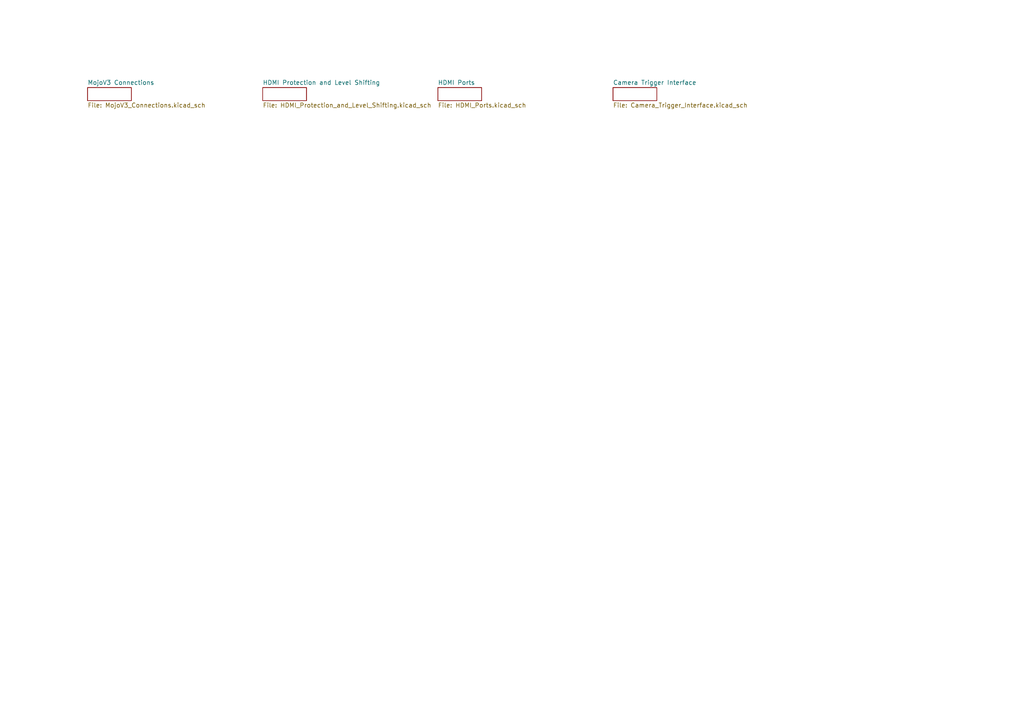
<source format=kicad_sch>
(kicad_sch
	(version 20231120)
	(generator "eeschema")
	(generator_version "8.0")
	(uuid "d93cb9b6-71c2-49f6-816e-05892f0c1214")
	(paper "A4")
	(lib_symbols)
	(sheet
		(at 177.8 25.4)
		(size 12.7 3.81)
		(fields_autoplaced yes)
		(stroke
			(width 0)
			(type solid)
		)
		(fill
			(color 0 0 0 0.0000)
		)
		(uuid "1e1c74f4-d458-49c9-9c60-a1896b511438")
		(property "Sheetname" "Camera Trigger Interface"
			(at 177.8 24.6884 0)
			(effects
				(font
					(size 1.27 1.27)
				)
				(justify left bottom)
			)
		)
		(property "Sheetfile" "Camera_Trigger_Interface.kicad_sch"
			(at 177.8 29.7946 0)
			(effects
				(font
					(size 1.27 1.27)
				)
				(justify left top)
			)
		)
		(instances
			(project "DB9-Trigger"
				(path "/d93cb9b6-71c2-49f6-816e-05892f0c1214"
					(page "4")
				)
			)
		)
	)
	(sheet
		(at 127 25.4)
		(size 12.7 3.81)
		(fields_autoplaced yes)
		(stroke
			(width 0)
			(type solid)
		)
		(fill
			(color 0 0 0 0.0000)
		)
		(uuid "48a00c11-4218-4aaa-bbf1-05f9744b8c64")
		(property "Sheetname" "HDMI Ports"
			(at 127 24.6884 0)
			(effects
				(font
					(size 1.27 1.27)
				)
				(justify left bottom)
			)
		)
		(property "Sheetfile" "HDMI_Ports.kicad_sch"
			(at 127 29.7946 0)
			(effects
				(font
					(size 1.27 1.27)
				)
				(justify left top)
			)
		)
		(instances
			(project "DB9-Trigger"
				(path "/d93cb9b6-71c2-49f6-816e-05892f0c1214"
					(page "3")
				)
			)
		)
	)
	(sheet
		(at 25.4 25.4)
		(size 12.7 3.81)
		(fields_autoplaced yes)
		(stroke
			(width 0)
			(type solid)
		)
		(fill
			(color 0 0 0 0.0000)
		)
		(uuid "61945e1c-2e8d-4cd4-b6fd-19974ddbedb5")
		(property "Sheetname" "MojoV3 Connections"
			(at 25.4 24.6884 0)
			(effects
				(font
					(size 1.27 1.27)
				)
				(justify left bottom)
			)
		)
		(property "Sheetfile" "MojoV3_Connections.kicad_sch"
			(at 25.4 29.7946 0)
			(effects
				(font
					(size 1.27 1.27)
				)
				(justify left top)
			)
		)
		(instances
			(project "DB9-Trigger"
				(path "/d93cb9b6-71c2-49f6-816e-05892f0c1214"
					(page "1")
				)
			)
		)
	)
	(sheet
		(at 76.2 25.4)
		(size 12.7 3.81)
		(fields_autoplaced yes)
		(stroke
			(width 0)
			(type solid)
		)
		(fill
			(color 0 0 0 0.0000)
		)
		(uuid "d673b643-ece2-4acc-a476-aa079c5daa5c")
		(property "Sheetname" "HDMI Protection and Level Shifting"
			(at 76.2 24.6884 0)
			(effects
				(font
					(size 1.27 1.27)
				)
				(justify left bottom)
			)
		)
		(property "Sheetfile" "HDMI_Protection_and_Level_Shifting.kicad_sch"
			(at 76.2 29.7946 0)
			(effects
				(font
					(size 1.27 1.27)
				)
				(justify left top)
			)
		)
		(instances
			(project "DB9-Trigger"
				(path "/d93cb9b6-71c2-49f6-816e-05892f0c1214"
					(page "2")
				)
			)
		)
	)
	(sheet_instances
		(path "/"
			(page "1")
		)
	)
)
</source>
